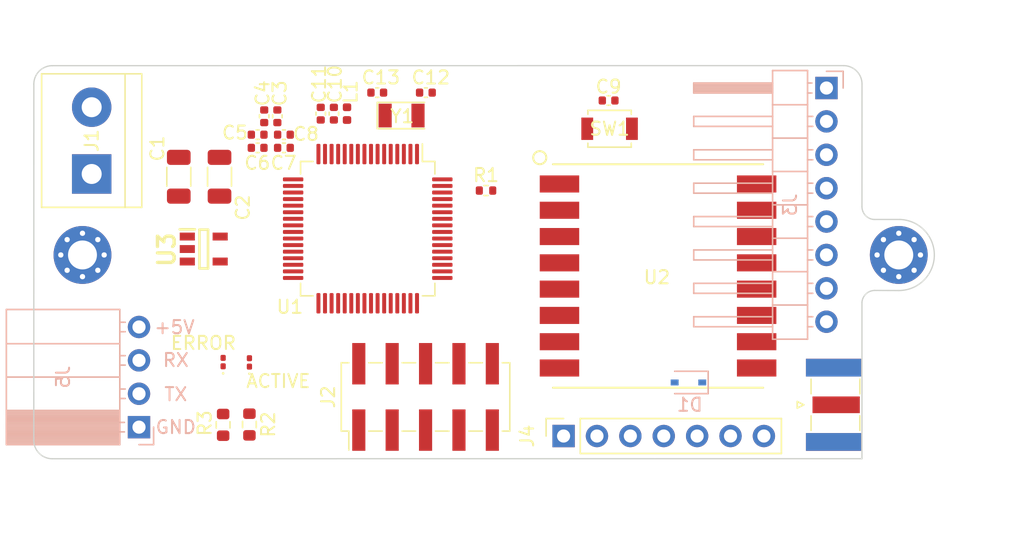
<source format=kicad_pcb>
(kicad_pcb (version 20211014) (generator pcbnew)
  (layers (0 "F.Cu" signal) (31 "B.Cu" power) (34 "B.Paste" user) (35 "F.Paste" user) (36 "B.SilkS" user "B.Silkscreen") (37 "F.SilkS" user "F.Silkscreen") (38 "B.Mask" user) (39 "F.Mask" user) (44 "Edge.Cuts" user))
  (net 0 "")
  (net 1 "+3V3")
  (net 2 "I2C1_SCL")
  (net 3 "GND")
  (net 4 "I2C1_SDA")
  (net 6 "NRST")
  (net 7 "+3.3VA")
  (net 8 "Net-(D1-Pad1)")
  (net 9 "Net-(D2-Pad1)")
  (net 10 "RESET_RFM9X")
  (net 12 "/ANT")
  (net 17 "V_REF_IN")
  (net 18 "GREEN_LED")
  (net 19 "V_REF_OUT")
  (net 20 "V_GAS")
  (net 21 "RED_LED")
  (net 23 "SWDIO")
  (net 24 "SWCLK")
  (net 29 "+5V")
  (net 36 "SPI3_NSS")
  (net 37 "SPI3_SCK")
  (net 38 "SPI3_MISO")
  (net 39 "SPI3_MOSI")
  (net 40 "LSE_IN")
  (net 41 "LSE_OUT")
  (net 42 "Net-(D3-Pad1)")
  (net 48 "LPUART1_TX")
  (net 49 "LPUART1_RX")
  (net 50 "BOOT0")
  (footprint "LED_SMD:LED_0201_0603Metric" (layer "F.Cu") (at 115.9 97.15 90)
    (fp_text reference "ERROR" (at 1.45 -1.5) (layer "F.SilkS"))
    (fp_text value "Red")
    (fp_circle (center -0.86 0) (end -0.81 0) (layer "F.SilkS") (width 0.1) (fill none))
    (pad "1" smd roundrect (at -0.32 0 90) (size 0.46 0.4) (layers "F.Cu" "F.Mask") (net 42 "Net-(D3-Pad1)"))
    (pad "2" smd roundrect (at 0.32 0 90) (size 0.46 0.4) (layers "F.Cu" "F.Mask") (net 21 "RED_LED"))
  )
  (footprint "TerminalBlock:TerminalBlock_bornier-2_P5.08mm" (layer "F.Cu") (at 105.9 82.84 90)
    (fp_text reference "J1" (at 2.54 0 270) (layer "F.SilkS"))
    (fp_text value "Input")
    (fp_line (start 7.62 3.81) (end 7.62 -3.81) (layer "F.SilkS") (width 0.12))
    (fp_line (start -2.54 -3.81) (end -2.54 3.81) (layer "F.SilkS") (width 0.12))
    (fp_line (start 7.62 -3.81) (end -2.54 -3.81) (layer "F.SilkS") (width 0.12))
    (fp_line (start -2.54 3.81) (end 7.62 3.81) (layer "F.SilkS") (width 0.12))
    (fp_line (start 7.62 2.54) (end -2.54 2.54) (layer "F.SilkS") (width 0.12))
    (pad "1" thru_hole rect (at 0 0 90) (size 3 3) (drill 1.52) (layers *.Cu *.Mask) (net 29 "+5V"))
    (pad "2" thru_hole circle (at 5.08 0 90) (size 3 3) (drill 1.52) (layers *.Cu *.Mask) (net 3 "GND"))
  )
  (footprint "Capacitor_SMD:C_0402_1005Metric" (layer "F.Cu") (at 127.625 76.65 180)
    (fp_text reference "C13" (at -0.275 1.15 180) (layer "F.SilkS"))
    (fp_text value "13p")
    (fp_line (start -0.107836 0.36) (end 0.107836 0.36) (layer "F.SilkS") (width 0.12))
    (fp_line (start -0.107836 -0.36) (end 0.107836 -0.36) (layer "F.SilkS") (width 0.12))
    (pad "1" smd roundrect (at -0.48 0 180) (size 0.56 0.62) (layers "F.Cu" "F.Paste" "F.Mask") (net 41 "LSE_OUT"))
    (pad "2" smd roundrect (at 0.48 0 180) (size 0.56 0.62) (layers "F.Cu" "F.Paste" "F.Mask") (net 3 "GND"))
  )
  (footprint "Package_QFP:LQFP-64_10x10mm_P0.5mm" (layer "F.Cu") (at 126.9 87 -90)
    (fp_text reference "U1" (at 5.95 5.925) (layer "F.SilkS"))
    (fp_text value "STM32L431RCTx")
    (fp_line (start -4.16 -5.11) (end -5.11 -5.11) (layer "F.SilkS") (width 0.12))
    (fp_line (start -5.11 -5.11) (end -5.11 -4.16) (layer "F.SilkS") (width 0.12))
    (fp_line (start 5.11 -5.11) (end 5.11 -4.16) (layer "F.SilkS") (width 0.12))
    (fp_line (start -4.16 5.11) (end -5.11 5.11) (layer "F.SilkS") (width 0.12))
    (fp_line (start 4.16 5.11) (end 5.11 5.11) (layer "F.SilkS") (width 0.12))
    (fp_line (start -5.11 5.11) (end -5.11 4.16) (layer "F.SilkS") (width 0.12))
    (fp_line (start -5.11 -4.16) (end -6.45 -4.16) (layer "F.SilkS") (width 0.12))
    (fp_line (start 4.16 -5.11) (end 5.11 -5.11) (layer "F.SilkS") (width 0.12))
    (fp_line (start 5.11 5.11) (end 5.11 4.16) (layer "F.SilkS") (width 0.12))
    (pad "1" smd roundrect (at -5.675 -3.75 270) (size 1.55 0.3) (layers "F.Cu" "F.Paste" "F.Mask") (net 1 "+3V3"))
    (pad "2" smd roundrect (at -5.675 -3.25 270) (size 1.55 0.3) (layers "F.Cu" "F.Paste" "F.Mask"))
    (pad "3" smd roundrect (at -5.675 -2.75 270) (size 1.55 0.3) (layers "F.Cu" "F.Paste" "F.Mask") (net 40 "LSE_IN"))
    (pad "4" smd roundrect (at -5.675 -2.25 270) (size 1.55 0.3) (layers "F.Cu" "F.Paste" "F.Mask") (net 41 "LSE_OUT"))
    (pad "5" smd roundrect (at -5.675 -1.75 270) (size 1.55 0.3) (layers "F.Cu" "F.Paste" "F.Mask"))
    (pad "6" smd roundrect (at -5.675 -1.25 270) (size 1.55 0.3) (layers "F.Cu" "F.Paste" "F.Mask"))
    (pad "7" smd roundrect (at -5.675 -0.75 270) (size 1.55 0.3) (layers "F.Cu" "F.Paste" "F.Mask") (net 6 "NRST"))
    (pad "8" smd roundrect (at -5.675 -0.25 270) (size 1.55 0.3) (layers "F.Cu" "F.Paste" "F.Mask") (net 49 "LPUART1_RX"))
    (pad "9" smd roundrect (at -5.675 0.25 270) (size 1.55 0.3) (layers "F.Cu" "F.Paste" "F.Mask") (net 48 "LPUART1_TX"))
    (pad "10" smd roundrect (at -5.675 0.75 270) (size 1.55 0.3) (layers "F.Cu" "F.Paste" "F.Mask"))
    (pad "11" smd roundrect (at -5.675 1.25 270) (size 1.55 0.3) (layers "F.Cu" "F.Paste" "F.Mask"))
    (pad "12" smd roundrect (at -5.675 1.75 270) (size 1.55 0.3) (layers "F.Cu" "F.Paste" "F.Mask") (net 3 "GND"))
    (pad "13" smd roundrect (at -5.675 2.25 270) (size 1.55 0.3) (layers "F.Cu" "F.Paste" "F.Mask") (net 7 "+3.3VA"))
    (pad "14" smd roundrect (at -5.675 2.75 270) (size 1.55 0.3) (layers "F.Cu" "F.Paste" "F.Mask") (net 17 "V_REF_IN"))
    (pad "15" smd roundrect (at -5.675 3.25 270) (size 1.55 0.3) (layers "F.Cu" "F.Paste" "F.Mask"))
    (pad "16" smd roundrect (at -5.675 3.75 270) (size 1.55 0.3) (layers "F.Cu" "F.Paste" "F.Mask"))
    (pad "17" smd roundrect (at -3.75 5.675 270) (size 0.3 1.55) (layers "F.Cu" "F.Paste" "F.Mask") (net 19 "V_REF_OUT"))
    (pad "18" smd roundrect (at -3.25 5.675 270) (size 0.3 1.55) (layers "F.Cu" "F.Paste" "F.Mask") (net 3 "GND"))
    (pad "19" smd roundrect (at -2.75 5.675 270) (size 0.3 1.55) (layers "F.Cu" "F.Paste" "F.Mask") (net 1 "+3V3"))
    (pad "20" smd roundrect (at -2.25 5.675 270) (size 0.3 1.55) (layers "F.Cu" "F.Paste" "F.Mask"))
    (pad "21" smd roundrect (at -1.75 5.675 270) (size 0.3 1.55) (layers "F.Cu" "F.Paste" "F.Mask"))
    (pad "22" smd roundrect (at -1.25 5.675 270) (size 0.3 1.55) (layers "F.Cu" "F.Paste" "F.Mask") (net 20 "V_GAS"))
    (pad "23" smd roundrect (at -0.75 5.675 270) (size 0.3 1.55) (layers "F.Cu" "F.Paste" "F.Mask") (net 19 "V_REF_OUT"))
    (pad "24" smd roundrect (at -0.25 5.675 270) (size 0.3 1.55) (layers "F.Cu" "F.Paste" "F.Mask"))
    (pad "25" smd roundrect (at 0.25 5.675 270) (size 0.3 1.55) (layers "F.Cu" "F.Paste" "F.Mask"))
    (pad "26" smd roundrect (at 0.75 5.675 270) (size 0.3 1.55) (layers "F.Cu" "F.Paste" "F.Mask"))
    (pad "27" smd roundrect (at 1.25 5.675 270) (size 0.3 1.55) (layers "F.Cu" "F.Paste" "F.Mask"))
    (pad "28" smd roundrect (at 1.75 5.675 270) (size 0.3 1.55) (layers "F.Cu" "F.Paste" "F.Mask"))
    (pad "29" smd roundrect (at 2.25 5.675 270) (size 0.3 1.55) (layers "F.Cu" "F.Paste" "F.Mask"))
    (pad "30" smd roundrect (at 2.75 5.675 270) (size 0.3 1.55) (layers "F.Cu" "F.Paste" "F.Mask"))
    (pad "31" smd roundrect (at 3.25 5.675 270) (size 0.3 1.55) (layers "F.Cu" "F.Paste" "F.Mask") (net 3 "GND"))
    (pad "32" smd roundrect (at 3.75 5.675 270) (size 0.3 1.55) (layers "F.Cu" "F.Paste" "F.Mask") (net 1 "+3V3"))
    (pad "33" smd roundrect (at 5.675 3.75 270) (size 1.55 0.3) (layers "F.Cu" "F.Paste" "F.Mask"))
    (pad "34" smd roundrect (at 5.675 3.25 270) (size 1.55 0.3) (layers "F.Cu" "F.Paste" "F.Mask"))
    (pad "35" smd roundrect (at 5.675 2.75 270) (size 1.55 0.3) (layers "F.Cu" "F.Paste" "F.Mask"))
    (pad "36" smd roundrect (at 5.675 2.25 270) (size 1.55 0.3) (layers "F.Cu" "F.Paste" "F.Mask"))
    (pad "37" smd roundrect (at 5.675 1.75 270) (size 1.55 0.3) (layers "F.Cu" "F.Paste" "F.Mask") (net 21 "RED_LED"))
    (pad "38" smd roundrect (at 5.675 1.25 270) (size 1.55 0.3) (layers "F.Cu" "F.Paste" "F.Mask") (net 18 "GREEN_LED"))
    (pad "39" smd roundrect (at 5.675 0.75 270) (size 1.55 0.3) (layers "F.Cu" "F.Paste" "F.Mask"))
    (pad "40" smd roundrect (at 5.675 0.25 270) (size 1.55 0.3) (layers "F.Cu" "F.Paste" "F.Mask"))
    (pad "41" smd roundrect (at 5.675 -0.25 270) (size 1.55 0.3) (layers "F.Cu" "F.Paste" "F.Mask"))
    (pad "42" smd roundrect (at 5.675 -0.75 270) (size 1.55 0.3) (layers "F.Cu" "F.Paste" "F.Mask"))
    (pad "43" smd roundrect (at 5.675 -1.25 270) (size 1.55 0.3) (layers "F.Cu" "F.Paste" "F.Mask"))
    (pad "44" smd roundrect (at 5.675 -1.75 270) (size 1.55 0.3) (layers "F.Cu" "F.Paste" "F.Mask"))
    (pad "45" smd roundrect (at 5.675 -2.25 270) (size 1.55 0.3) (layers "F.Cu" "F.Paste" "F.Mask"))
    (pad "46" smd roundrect (at 5.675 -2.75 270) (size 1.55 0.3) (layers "F.Cu" "F.Paste" "F.Mask") (net 23 "SWDIO"))
    (pad "47" smd roundrect (at 5.675 -3.25 270) (size 1.55 0.3) (layers "F.Cu" "F.Paste" "F.Mask") (net 3 "GND"))
    (pad "48" smd roundrect (at 5.675 -3.75 270) (size 1.55 0.3) (layers "F.Cu" "F.Paste" "F.Mask") (net 1 "+3V3"))
    (pad "49" smd roundrect (at 3.75 -5.675 270) (size 0.3 1.55) (layers "F.Cu" "F.Paste" "F.Mask") (net 24 "SWCLK"))
    (pad "50" smd roundrect (at 3.25 -5.675 270) (size 0.3 1.55) (layers "F.Cu" "F.Paste" "F.Mask") (net 10 "RESET_RFM9X"))
    (pad "51" smd roundrect (at 2.75 -5.675 270) (size 0.3 1.55) (layers "F.Cu" "F.Paste" "F.Mask") (net 37 "SPI3_SCK"))
    (pad "52" smd roundrect (at 2.25 -5.675 270) (size 0.3 1.55) (layers "F.Cu" "F.Paste" "F.Mask") (net 38 "SPI3_MISO"))
    (pad "53" smd roundrect (at 1.75 -5.675 270) (size 0.3 1.55) (layers "F.Cu" "F.Paste" "F.Mask") (net 39 "SPI3_MOSI"))
    (pad "54" smd roundrect (at 1.25 -5.675 270) (size 0.3 1.55) (layers "F.Cu" "F.Paste" "F.Mask") (net 36 "SPI3_NSS"))
    (pad "55" smd roundrect (at 0.75 -5.675 270) (size 0.3 1.55) (layers "F.Cu" "F.Paste" "F.Mask"))
    (pad "56" smd roundrect (at 0.25 -5.675 270) (size 0.3 1.55) (layers "F.Cu" "F.Paste" "F.Mask"))
    (pad "57" smd roundrect (at -0.25 -5.675 270) (size 0.3 1.55) (layers "F.Cu" "F.Paste" "F.Mask"))
    (pad "58" smd roundrect (at -0.75 -5.675 270) (size 0.3 1.55) (layers "F.Cu" "F.Paste" "F.Mask") (net 2 "I2C1_SCL"))
    (pad "59" smd roundrect (at -1.25 -5.675 270) (size 0.3 1.55) (layers "F.Cu" "F.Paste" "F.Mask") (net 4 "I2C1_SDA"))
    (pad "60" smd roundrect (at -1.75 -5.675 270) (size 0.3 1.55) (layers "F.Cu" "F.Paste" "F.Mask") (net 50 "BOOT0"))
    (pad "61" smd roundrect (at -2.25 -5.675 270) (size 0.3 1.55) (layers "F.Cu" "F.Paste" "F.Mask"))
    (pad "62" smd roundrect (at -2.75 -5.675 270) (size 0.3 1.55) (layers "F.Cu" "F.Paste" "F.Mask"))
    (pad "63" smd roundrect (at -3.25 -5.675 270) (size 0.3 1.55) (layers "F.Cu" "F.Paste" "F.Mask") (net 3 "GND"))
    (pad "64" smd roundrect (at -3.75 -5.675 270) (size 0.3 1.55) (layers "F.Cu" "F.Paste" "F.Mask") (net 1 "+3V3"))
  )
  (footprint "Capacitor_SMD:C_0402_1005Metric" (layer "F.Cu") (at 124.325 78.25 90)
    (fp_text reference "C10" (at 2.25 0.075 270) (layer "F.SilkS"))
    (fp_text value "1u")
    (fp_line (start -0.107836 -0.36) (end 0.107836 -0.36) (layer "F.SilkS") (width 0.12))
    (fp_line (start -0.107836 0.36) (end 0.107836 0.36) (layer "F.SilkS") (width 0.12))
    (pad "1" smd roundrect (at -0.48 0 90) (size 0.56 0.62) (layers "F.Cu" "F.Paste" "F.Mask") (net 7 "+3.3VA"))
    (pad "2" smd roundrect (at 0.48 0 90) (size 0.56 0.62) (layers "F.Cu" "F.Paste" "F.Mask") (net 3 "GND"))
  )
  (footprint "Capacitor_SMD:C_0402_1005Metric" (layer "F.Cu") (at 123.325 78.25 90)
    (fp_text reference "C11" (at 2.25 -0.125 270) (layer "F.SilkS"))
    (fp_text value "10n")
    (fp_line (start -0.107836 0.36) (end 0.107836 0.36) (layer "F.SilkS") (width 0.12))
    (fp_line (start -0.107836 -0.36) (end 0.107836 -0.36) (layer "F.SilkS") (width 0.12))
    (pad "1" smd roundrect (at -0.48 0 90) (size 0.56 0.62) (layers "F.Cu" "F.Paste" "F.Mask") (net 7 "+3.3VA"))
    (pad "2" smd roundrect (at 0.48 0 90) (size 0.56 0.62) (layers "F.Cu" "F.Paste" "F.Mask") (net 3 "GND"))
  )
  (footprint "Capacitor_SMD:C_1206_3216Metric" (layer "F.Cu") (at 112.525 83.05 90)
    (fp_text reference "C1" (at 2.15 -1.625 90) (layer "F.SilkS"))
    (fp_text value "10u")
    (fp_line (start -0.711252 -0.91) (end 0.711252 -0.91) (layer "F.SilkS") (width 0.12))
    (fp_line (start -0.711252 0.91) (end 0.711252 0.91) (layer "F.SilkS") (width 0.12))
    (pad "1" smd roundrect (at -1.475 0 90) (size 1.15 1.8) (layers "F.Cu" "F.Paste" "F.Mask") (roundrect_rratio 0.217391) (net 29 "+5V"))
    (pad "2" smd roundrect (at 1.475 0 90) (size 1.15 1.8) (layers "F.Cu" "F.Paste" "F.Mask") (roundrect_rratio 0.217391) (net 3 "GND"))
  )
  (footprint "MountingHole:MountingHole_2.2mm_M2_Pad_Via" (layer "F.Cu") (at 167.3 89)
    (fp_text reference "H1" hide)
    (fp_text value "MountingHole")
    (pad "1" thru_hole circle (at -1.166726 -1.166726) (size 0.7 0.7) (drill 0.4) (layers *.Cu *.Mask))
    (pad "1" thru_hole circle (at 0 1.65) (size 0.7 0.7) (drill 0.4) (layers *.Cu *.Mask))
    (pad "1" thru_hole circle (at 1.65 0) (size 0.7 0.7) (drill 0.4) (layers *.Cu *.Mask))
    (pad "1" thru_hole circle (at 0 0) (size 4.4 4.4) (drill 2.2) (layers *.Cu *.Mask))
    (pad "1" thru_hole circle (at 0 -1.65) (size 0.7 0.7) (drill 0.4) (layers *.Cu *.Mask))
    (pad "1" thru_hole circle (at 1.166726 -1.166726) (size 0.7 0.7) (drill 0.4) (layers *.Cu *.Mask))
    (pad "1" thru_hole circle (at -1.166726 1.166726) (size 0.7 0.7) (drill 0.4) (layers *.Cu *.Mask))
    (pad "1" thru_hole circle (at 1.166726 1.166726) (size 0.7 0.7) (drill 0.4) (layers *.Cu *.Mask))
    (pad "1" thru_hole circle (at -1.65 0) (size 0.7 0.7) (drill 0.4) (layers *.Cu *.Mask))
  )
  (footprint "Capacitor_SMD:C_0402_1005Metric" (layer "F.Cu") (at 120.525 79.85)
    (fp_text reference "C8" (at 1.675 -0.05) (layer "F.SilkS"))
    (fp_text value "100n")
    (fp_line (start -0.107836 -0.36) (end 0.107836 -0.36) (layer "F.SilkS") (width 0.12))
    (fp_line (start -0.107836 0.36) (end 0.107836 0.36) (layer "F.SilkS") (width 0.12))
    (pad "1" smd roundrect (at -0.48 0) (size 0.56 0.62) (layers "F.Cu" "F.Paste" "F.Mask") (net 1 "+3V3"))
    (pad "2" smd roundrect (at 0.48 0) (size 0.56 0.62) (layers "F.Cu" "F.Paste" "F.Mask") (net 3 "GND"))
  )
  (footprint "Capacitor_SMD:C_0402_1005Metric" (layer "F.Cu") (at 120.025 78.45 90)
    (fp_text reference "C3" (at 1.75 0.175 270) (layer "F.SilkS"))
    (fp_text value "1u")
    (fp_line (start -0.107836 -0.36) (end 0.107836 -0.36) (layer "F.SilkS") (width 0.12))
    (fp_line (start -0.107836 0.36) (end 0.107836 0.36) (layer "F.SilkS") (width 0.12))
    (pad "1" smd roundrect (at -0.48 0 90) (size 0.56 0.62) (layers "F.Cu" "F.Paste" "F.Mask") (net 1 "+3V3"))
    (pad "2" smd roundrect (at 0.48 0 90) (size 0.56 0.62) (layers "F.Cu" "F.Paste" "F.Mask") (net 3 "GND"))
  )
  (footprint "Capacitor_SMD:C_0402_1005Metric" (layer "F.Cu") (at 118.525 80.85 180)
    (fp_text reference "C6" (at 0.025 -1.15) (layer "F.SilkS"))
    (fp_text value "100n")
    (fp_line (start -0.107836 0.36) (end 0.107836 0.36) (layer "F.SilkS") (width 0.12))
    (fp_line (start -0.107836 -0.36) (end 0.107836 -0.36) (layer "F.SilkS") (width 0.12))
    (pad "1" smd roundrect (at -0.48 0 180) (size 0.56 0.62) (layers "F.Cu" "F.Paste" "F.Mask") (net 1 "+3V3"))
    (pad "2" smd roundrect (at 0.48 0 180) (size 0.56 0.62) (layers "F.Cu" "F.Paste" "F.Mask") (net 3 "GND"))
  )
  (footprint "Inductor_SMD:L_0402_1005Metric" (layer "F.Cu") (at 125.325 78.25 -90)
    (fp_text reference "L1" (at -1.65 -0.275 90) (layer "F.SilkS"))
    (fp_text value "39n")
    (pad "1" smd roundrect (at -0.485 0 270) (size 0.59 0.64) (layers "F.Cu" "F.Paste" "F.Mask") (net 1 "+3V3"))
    (pad "2" smd roundrect (at 0.485 0 270) (size 0.59 0.64) (layers "F.Cu" "F.Paste" "F.Mask") (net 7 "+3.3VA"))
  )
  (footprint "Capacitor_SMD:C_1206_3216Metric" (layer "F.Cu") (at 115.625 83.05 90)
    (fp_text reference "C2" (at -2.35 1.775 90) (layer "F.SilkS"))
    (fp_text value "10u")
    (fp_line (start -0.711252 0.91) (end 0.711252 0.91) (layer "F.SilkS") (width 0.12))
    (fp_line (start -0.711252 -0.91) (end 0.711252 -0.91) (layer "F.SilkS") (width 0.12))
    (pad "1" smd roundrect (at -1.475 0 90) (size 1.15 1.8) (layers "F.Cu" "F.Paste" "F.Mask") (roundrect_rratio 0.217391) (net 1 "+3V3"))
    (pad "2" smd roundrect (at 1.475 0 90) (size 1.15 1.8) (layers "F.Cu" "F.Paste" "F.Mask") (roundrect_rratio 0.217391) (net 3 "GND"))
  )
  (footprint "Resistor_SMD:R_0402_1005Metric" (layer "F.Cu") (at 135.9 84.1)
    (fp_text reference "R1" (at 0 -1.17) (layer "F.SilkS"))
    (fp_text value "10k")
    (fp_line (start -0.153641 -0.38) (end 0.153641 -0.38) (layer "F.SilkS") (width 0.12))
    (fp_line (start -0.153641 0.38) (end 0.153641 0.38) (layer "F.SilkS") (width 0.12))
    (pad "1" smd roundrect (at -0.51 0) (size 0.54 0.64) (layers "F.Cu" "F.Paste" "F.Mask") (net 50 "BOOT0"))
    (pad "2" smd roundrect (at 0.51 0) (size 0.54 0.64) (layers "F.Cu" "F.Paste" "F.Mask") (net 3 "GND"))
  )
  (footprint "Resistor_SMD:R_0603_1608Metric" (layer "F.Cu") (at 117.9 101.9 -90)
    (fp_text reference "R2" (at 0 -1.43 90) (layer "F.SilkS"))
    (fp_text value "1k")
    (fp_line (start -0.237258 0.5225) (end 0.237258 0.5225) (layer "F.SilkS") (width 0.12))
    (fp_line (start -0.237258 -0.5225) (end 0.237258 -0.5225) (layer "F.SilkS") (width 0.12))
    (pad "1" smd roundrect (at -0.825 0 270) (size 0.8 0.95) (layers "F.Cu" "F.Paste" "F.Mask") (net 9 "Net-(D2-Pad1)"))
    (pad "2" smd roundrect (at 0.825 0 270) (size 0.8 0.95) (layers "F.Cu" "F.Paste" "F.Mask") (net 3 "GND"))
  )
  (footprint "Crystal:Q13FC1350000400" (layer "F.Cu") (at 129.425 75.495)
    (fp_text reference "Y1" (at 0.1 2.955 unlocked) (layer "F.SilkS"))
    (fp_text value "Q13FC1350000400 32.768kHz")
    (fp_line (start -1.8 1.9) (end 1.8 1.9) (layer "F.SilkS") (width 0.12))
    (fp_line (start -1.8 3.9) (end 1.8 3.9) (layer "F.SilkS") (width 0.12))
    (fp_line (start -1.8 1.9) (end -1.8 3.9) (layer "F.SilkS") (width 0.12))
    (pad "1" smd rect (at -1.2 2.9) (size 1 1.8) (layers "F.Cu" "F.Paste" "F.Mask") (net 41 "LSE_OUT"))
    (pad "2" smd rect (at 1.3 2.9) (size 1 1.8) (layers "F.Cu" "F.Paste" "F.Mask") (net 40 "LSE_IN"))
  )
  (footprint "Button_Switch_SMD:SW_SPST_B3U-1000P" (layer "F.Cu") (at 145.3 79.4)
    (fp_text reference "SW1" (at 0 0) (layer "F.SilkS"))
    (fp_text value "SW_Push")
    (fp_line (start -1.65 1.4) (end 1.65 1.4) (layer "F.SilkS") (width 0.12))
    (fp_line (start 1.65 -1.4) (end 1.65 -1.1) (layer "F.SilkS") (width 0.12))
    (fp_line (start 1.65 1.4) (end 1.65 1.1) (layer "F.SilkS") (width 0.12))
    (fp_line (start -1.65 1.1) (end -1.65 1.4) (layer "F.SilkS") (width 0.12))
    (fp_line (start -1.65 -1.4) (end 1.65 -1.4) (layer "F.SilkS") (width 0.12))
    (fp_line (start -1.65 -1.1) (end -1.65 -1.4) (layer "F.SilkS") (width 0.12))
    (pad "1" smd rect (at -1.7 0) (size 0.9 1.7) (layers "F.Cu" "F.Paste" "F.Mask") (net 6 "NRST"))
    (pad "2" smd rect (at 1.7 0) (size 0.9 1.7) (layers "F.Cu" "F.Paste" "F.Mask") (net 3 "GND"))
  )
  (footprint "Resistor_SMD:R_0603_1608Metric" (layer "F.Cu") (at 115.9 101.925 -90)
    (fp_text reference "R3" (at -0.125 1.4 90) (layer "F.SilkS"))
    (fp_text value "1k")
    (fp_line (start -0.237258 -0.5225) (end 0.237258 -0.5225) (layer "F.SilkS") (width 0.12))
    (fp_line (start -0.237258 0.5225) (end 0.237258 0.5225) (layer "F.SilkS") (width 0.12))
    (pad "1" smd roundrect (at -0.825 0 270) (size 0.8 0.95) (layers "F.Cu" "F.Paste" "F.Mask") (net 42 "Net-(D3-Pad1)"))
    (pad "2" smd roundrect (at 0.825 0 270) (size 0.8 0.95) (layers "F.Cu" "F.Paste" "F.Mask") (net 3 "GND"))
  )
  (footprint "Capacitor_SMD:C_0402_1005Metric" (layer "F.Cu") (at 119.025 78.45 90)
    (fp_text reference "C4" (at 1.75 -0.125 270) (layer "F.SilkS"))
    (fp_text value "100n")
    (fp_line (start -0.107836 0.36) (end 0.107836 0.36) (layer "F.SilkS") (width 0.12))
    (fp_line (start -0.107836 -0.36) (end 0.107836 -0.36) (layer "F.SilkS") (width 0.12))
    (pad "1" smd roundrect (at -0.48 0 90) (size 0.56 0.62) (layers "F.Cu" "F.Paste" "F.Mask") (net 1 "+3V3"))
    (pad "2" smd roundrect (at 0.48 0 90) (size 0.56 0.62) (layers "F.Cu" "F.Paste" "F.Mask") (net 3 "GND"))
  )
  (footprint "SamacSys_Parts:SOT95P280X145-5N" (layer "F.Cu") (at 114.425 88.55)
    (fp_text reference "U3" (at -2.825 0.05 90) (layer "F.SilkS") (effects (font (size 1.27 1.27) (thickness 0.254))))
    (fp_text value "STLQ015M33R" hide)
    (fp_line (start 0.325 -1.475) (end 0.325 1.475) (layer "F.SilkS") (width 0.2))
    (fp_line (start -0.325 -1.475) (end 0.325 -1.475) (layer "F.SilkS") (width 0.2))
    (fp_line (start -1.825 -1.5) (end -0.675 -1.5) (layer "F.SilkS") (width 0.2))
    (fp_line (start -0.325 1.475) (end -0.325 -1.475) (layer "F.SilkS") (width 0.2))
    (fp_line (start 0.325 1.475) (end -0.325 1.475) (layer "F.SilkS") (width 0.2))
    (pad "1" smd rect locked (at -1.25 -0.95 90) (size 0.6 1.15) (layers "F.Cu" "F.Paste" "F.Mask") (net 29 "+5V"))
    (pad "2" smd rect locked (at -1.25 0 90) (size 0.6 1.15) (layers "F.Cu" "F.Paste" "F.Mask") (net 3 "GND"))
    (pad "3" smd rect locked (at -1.25 0.95 90) (size 0.6 1.15) (layers "F.Cu" "F.Paste" "F.Mask") (net 29 "+5V"))
    (pad "4" smd rect locked (at 1.25 0.95 90) (size 0.6 1.15) (layers "F.Cu" "F.Paste" "F.Mask"))
    (pad "5" smd rect locked (at 1.25 -0.95 90) (size 0.6 1.15) (layers "F.Cu" "F.Paste" "F.Mask") (net 1 "+3V3"))
  )
  (footprint "Connector_PinSocket_2.54mm:PinSocket_1x07_P2.54mm_Vertical" (layer "F.Cu") (at 141.8 102.775 90)
    (fp_text reference "J4" (at 0 -2.77 90) (layer "F.SilkS"))
    (fp_text value "SHT31")
    (fp_line (start 1.33 -1.33) (end 1.33 0) (layer "F.SilkS") (width 0.12))
    (fp_line (start -1.33 1.27) (end 1.33 1.27) (layer "F.SilkS") (width 0.12))
    (fp_line (start 0 -1.33) (end 1.33 -1.33) (layer "F.SilkS") (width 0.12))
    (fp_line (start -1.33 1.27) (end -1.33 16.57) (layer "F.SilkS") (width 0.12))
    (fp_line (start 1.33 1.27) (end 1.33 16.57) (layer "F.SilkS") (width 0.12))
    (fp_line (start -1.33 16.57) (end 1.33 16.57) (layer "F.SilkS") (width 0.12))
    (pad "1" thru_hole rect (at 0 0 90) (size 1.7 1.7) (drill 1) (layers *.Cu *.Mask) (net 1 "+3V3"))
    (pad "2" thru_hole oval (at 0 2.54 90) (size 1.7 1.7) (drill 1) (layers *.Cu *.Mask) (net 3 "GND"))
    (pad "3" thru_hole oval (at 0 5.08 90) (size 1.7 1.7) (drill 1) (layers *.Cu *.Mask) (net 2 "I2C1_SCL"))
    (pad "4" thru_hole oval (at 0 7.62 90) (size 1.7 1.7) (drill 1) (layers *.Cu *.Mask) (net 4 "I2C1_SDA"))
    (pad "5" thru_hole oval (at 0 10.16 90) (size 1.7 1.7) (drill 1) (layers *.Cu *.Mask))
    (pad "6" thru_hole oval (at 0 12.7 90) (size 1.7 1.7) (drill 1) (layers *.Cu *.Mask))
    (pad "7" thru_hole oval (at 0 15.24 90) (size 1.7 1.7) (drill 1) (layers *.Cu *.Mask))
  )
  (footprint "Capacitor_SMD:C_0402_1005Metric" (layer "F.Cu") (at 145.225 77.25)
    (fp_text reference "C9" (at 0 -1.05) (layer "F.SilkS"))
    (fp_text value "100n")
    (fp_line (start -0.107836 -0.36) (end 0.107836 -0.36) (layer "F.SilkS") (width 0.12))
    (fp_line (start -0.107836 0.36) (end 0.107836 0.36) (layer "F.SilkS") (width 0.12))
    (pad "1" smd roundrect (at -0.48 0) (size 0.56 0.62) (layers "F.Cu" "F.Paste" "F.Mask") (net 6 "NRST"))
    (pad "2" smd roundrect (at 0.48 0) (size 0.56 0.62) (layers "F.Cu" "F.Paste" "F.Mask") (net 3 "GND"))
  )
  (footprint "Capacitor_SMD:C_0402_1005Metric" (layer "F.Cu") (at 131.325 76.65)
    (fp_text reference "C12" (at 0.375 -1.15 180) (layer "F.SilkS"))
    (fp_text value "13p")
    (fp_line (start -0.107836 0.36) (end 0.107836 0.36) (layer "F.SilkS") (width 0.12))
    (fp_line (start -0.107836 -0.36) (end 0.107836 -0.36) (layer "F.SilkS") (width 0.12))
    (pad "1" smd roundrect (at -0.48 0) (size 0.56 0.62) (layers "F.Cu" "F.Paste" "F.Mask") (net 40 "LSE_IN"))
    (pad "2" smd roundrect (at 0.48 0) (size 0.56 0.62) (layers "F.Cu" "F.Paste" "F.Mask") (net 3 "GND"))
  )
  (footprint "Capacitor_SMD:C_0402_1005Metric" (layer "F.Cu") (at 120.525 80.85)
    (fp_text reference "C7" (at -0.025 1.15) (layer "F.SilkS"))
    (fp_text value "100n")
    (fp_line (start -0.107836 -0.36) (end 0.107836 -0.36) (layer "F.SilkS") (width 0.12))
    (fp_line (start -0.107836 0.36) (end 0.107836 0.36) (layer "F.SilkS") (width 0.12))
    (pad "1" smd roundrect (at -0.48 0) (size 0.56 0.62) (layers "F.Cu" "F.Paste" "F.Mask") (net 1 "+3V3"))
    (pad "2" smd roundrect (at 0.48 0) (size 0.56 0.62) (layers "F.Cu" "F.Paste" "F.Mask") (net 3 "GND"))
  )
  (footprint "LoRa_RFM9x:RFM9X-SMD" (layer "F.Cu") (at 148.9875 90.6)
    (fp_text reference "U2" (at -0.0875 0.1) (layer "F.SilkS"))
    (fp_text value "RFM9X")
    (fp_line (start -8 8.5) (end 8 8.5) (layer "F.SilkS") (width 0.15))
    (fp_line (start -8 -8.5) (end 8 -8.5) (layer "F.SilkS") (width 0.15))
    (fp_circle (center -9 -9) (end -9 -8.5) (layer "F.SilkS") (width 0.15) (fill none))
    (pad "1" smd rect (at -7 -7) (size 3 1.3) (drill (offset -0.5 0)) (layers "F.Cu" "F.Paste" "F.Mask") (net 3 "GND"))
    (pad "2" smd rect (at -7 -5) (size 3 1.3) (drill (offset -0.5 0)) (layers "F.Cu" "F.Paste" "F.Mask") (net 38 "SPI3_MISO"))
    (pad "3" smd rect (at -7 -3) (size 3 1.3) (drill (offset -0.5 0)) (layers "F.Cu" "F.Paste" "F.Mask") (net 39 "SPI3_MOSI"))
    (pad "4" smd rect (at -7 -1) (size 3 1.3) (drill (offset -0.5 0)) (layers "F.Cu" "F.Paste" "F.Mask") (net 37 "SPI3_SCK"))
    (pad "5" smd rect (at -7 1) (size 3 1.3) (drill (offset -0.5 0)) (layers "F.Cu" "F.Paste" "F.Mask") (net 36 "SPI3_NSS"))
    (pad "6" smd rect (at -7 3) (size 3 1.3) (drill (offset -0.5 0)) (layers "F.Cu" "F.Paste" "F.Mask") (net 10 "RESET_RFM9X"))
    (pad "7" smd rect (at -7 5) (size 3 1.3) (drill (offset -0.5 0)) (layers "F.Cu" "F.Paste" "F.Mask"))
    (pad "8" smd rect (at -7 7) (size 3 1.3) (drill (offset -0.5 0)) (layers "F.Cu" "F.Paste" "F.Mask") (net 3 "GND"))
    (pad "9" smd rect (at 7 -7) (size 3 1.3) (drill (offset 0.5 0)) (layers "F.Cu" "F.Paste" "F.Mask"))
    (pad "10" smd rect (at 7 -5) (size 3 1.3) (drill (offset 0.5 0)) (layers "F.Cu" "F.Paste" "F.Mask"))
    (pad "11" smd rect (at 7 -3) (size 3 1.3) (drill (offset 0.5 0)) (layers "F.Cu" "F.Paste" "F.Mask"))
    (pad "12" smd rect (at 7 -1) (size 3 1.3) (drill (offset 0.5 0)) (layers "F.Cu" "F.Paste" "F.Mask") (net 1 "+3V3"))
    (pad "13" smd rect (at 7 1) (size 3 1.3) (drill (offset 0.5 0)) (layers "F.Cu" "F.Paste" "F.Mask"))
    (pad "14" smd rect (at 7 3) (size 3 1.3) (drill (offset 0.5 0)) (layers "F.Cu" "F.Paste" "F.Mask"))
    (pad "15" smd rect (at 7 5) (size 3 1.3) (drill (offset 0.5 0)) (layers "F.Cu" "F.Paste" "F.Mask") (net 3 "GND"))
    (pad "16" smd rect (at 7 7) (size 3 1.3) (drill (offset 0.5 0)) (layers "F.Cu" "F.Paste" "F.Mask") (net 12 "/ANT"))
  )
  (footprint "Capacitor_SMD:C_0402_1005Metric" (layer "F.Cu") (at 118.525 79.85 180)
    (fp_text reference "C5" (at 1.725 0.15) (layer "F.SilkS"))
    (fp_text value "100n")
    (fp_line (start -0.107836 0.36) (end 0.107836 0.36) (layer "F.SilkS") (width 0.12))
    (fp_line (start -0.107836 -0.36) (end 0.107836 -0.36) (layer "F.SilkS") (width 0.12))
    (pad "1" smd roundrect (at -0.48 0 180) (size 0.56 0.62) (layers "F.Cu" "F.Paste" "F.Mask") (net 1 "+3V3"))
    (pad "2" smd roundrect (at 0.48 0 180) (size 0.56 0.62) (layers "F.Cu" "F.Paste" "F.Mask") (net 3 "GND"))
  )
  (footprint "MountingHole:MountingHole_2.2mm_M2_Pad_Via" (layer "F.Cu") (at 105.2 89)
    (fp_text reference "H2" hide)
    (fp_text value "MountingHole")
    (pad "1" thru_hole circle (at 1.65 0) (size 0.7 0.7) (drill 0.4) (layers *.Cu *.Mask))
    (pad "1" thru_hole circle (at 0 1.65) (size 0.7 0.7) (drill 0.4) (layers *.Cu *.Mask))
    (pad "1" thru_hole circle (at 0 0) (size 4.4 4.4) (drill 2.2) (layers *.Cu *.Mask))
    (pad "1" thru_hole circle (at -1.166726 -1.166726) (size 0.7 0.7) (drill 0.4) (layers *.Cu *.Mask))
    (pad "1" thru_hole circle (at 1.166726 1.166726) (size 0.7 0.7) (drill 0.4) (layers *.Cu *.Mask))
    (pad "1" thru_hole circle (at -1.166726 1.166726) (size 0.7 0.7) (drill 0.4) (layers *.Cu *.Mask))
    (pad "1" thru_hole circle (at 1.166726 -1.166726) (size 0.7 0.7) (drill 0.4) (layers *.Cu *.Mask))
    (pad "1" thru_hole circle (at 0 -1.65) (size 0.7 0.7) (drill 0.4) (layers *.Cu *.Mask))
    (pad "1" thru_hole circle (at -1.65 0) (size 0.7 0.7) (drill 0.4) (layers *.Cu *.Mask))
  )
  (footprint "Connector_Coaxial:SMA_Samtec_SMA-J-P-X-ST-EM1_EdgeMount" (layer "F.Cu") (at 162.3375 100.4 90)
    (fp_text reference "J7" hide)
    (fp_text value "SMA")
    (fp_line (start -1.95 2) (end -0.84 2) (layer "F.SilkS") (width 0.12))
    (fp_line (start 0 -2.26) (end 0.25 -2.76) (layer "F.SilkS") (width 0.12))
    (fp_line (start 0.84 2) (end 1.95 2) (layer "F.SilkS") (width 0.12))
    (fp_line (start 0.25 -2.76) (end -0.25 -2.76) (layer "F.SilkS") (width 0.12))
    (fp_line (start -1.95 -1.71) (end -0.84 -1.71) (layer "F.SilkS") (width 0.12))
    (fp_line (start 0.84 -1.71) (end 1.95 -1.71) (layer "F.SilkS") (width 0.12))
    (fp_line (start -0.25 -2.76) (end 0 -2.26) (layer "F.SilkS") (width 0.12))
    (pad "1" smd rect (at 0 0.2 90) (size 1.27 3.6) (layers "F.Cu" "F.Paste" "F.Mask") (net 12 "/ANT"))
    (pad "2" smd rect (at 2.825 0 90) (size 1.35 4.2) (layers "B.Cu" "B.Paste" "B.Mask") (net 3 "GND"))
    (pad "2" smd rect (at -2.825 0 90) (size 1.35 4.2) (layers "B.Cu" "B.Paste" "B.Mask") (net 3 "GND"))
    (pad "2" smd rect (at -2.825 0 90) (size 1.35 4.2) (layers "F.Cu" "F.Paste" "F.Mask") (net 3 "GND"))
    (pad "2" smd rect (at 2.825 0 90) (size 1.35 4.2) (layers "F.Cu" "F.Paste" "F.Mask") (net 3 "GND"))
  )
  (footprint "Connector_PinHeader_2.54mm:PinHeader_2x05_P2.54mm_Vertical_SMD" (layer "F.Cu") (at 131.3 99.8 90)
    (fp_text reference "J2" (at 0 -7.41 90) (layer "F.SilkS"))
    (fp_text value "SWD")
    (fp_line (start 2.6 -4.32) (end 2.6 -3.3) (layer "F.SilkS") (width 0.12))
    (fp_line (start -2.6 6.41) (end 2.6 6.41) (layer "F.SilkS") (width 0.12))
    (fp_line (start -2.6 5.84) (end -2.6 6.41) (layer "F.SilkS") (width 0.12))
    (fp_line (start 2.6 3.3) (end 2.6 4.32) (layer "F.SilkS") (width 0.12))
    (fp_line (start 2.6 -1.78) (end 2.6 -0.76) (layer "F.SilkS") (width 0.12))
    (fp_line (start 2.6 5.84) (end 2.6 6.41) (layer "F.SilkS") (width 0.12))
    (fp_line (start -2.6 -4.32) (end -2.6 -3.3) (layer "F.SilkS") (width 0.12))
    (fp_line (start -2.6 -6.41) (end 2.6 -6.41) (layer "F.SilkS") (width 0.12))
    (fp_line (start 2.6 0.76) (end 2.6 1.78) (layer "F.SilkS") (width 0.12))
    (fp_line (start -2.6 -6.41) (end -2.6 -5.84) (layer "F.SilkS") (width 0.12))
    (fp_line (start -2.6 -1.78) (end -2.6 -0.76) (layer "F.SilkS") (width 0.12))
    (fp_line (start -2.6 3.3) (end -2.6 4.32) (layer "F.SilkS") (width 0.12))
    (fp_line (start -2.6 0.76) (end -2.6 1.78) (layer "F.SilkS") (width 0.12))
    (fp_line (start -4.04 -5.84) (end -2.6 -5.84) (layer "F.SilkS") (width 0.12))
    (fp_line (start 2.6 -6.41) (end 2.6 -5.84) (layer "F.SilkS") (width 0.12))
    (pad "1" smd rect (at -2.525 -5.08 90) (size 3.15 1) (layers "F.Cu" "F.Paste" "F.Mask") (net 1 "+3V3"))
    (pad "2" smd rect (at 2.525 -5.08 90) (size 3.15 1) (layers "F.Cu" "F.Paste" "F.Mask") (net 23 "SWDIO"))
    (pad "3" smd rect (at -2.525 -2.54 90) (size 3.15 1) (layers "F.Cu" "F.Paste" "F.Mask") (net 3 "GND"))
    (pad "4" smd rect (at 2.525 -2.54 90) (size 3.15 1) (layers "F.Cu" "F.Paste" "F.Mask") (net 24 "SWCLK"))
    (pad "5" smd rect (at -2.525 0 90) (size 3.15 1) (layers "F.Cu" "F.Paste" "F.Mask") (net 3 "GND"))
    (pad "6" smd rect (at 2.525 0 90) (size 3.15 1) (layers "F.Cu" "F.Paste" "F.Mask"))
    (pad "7" smd rect (at -2.525 2.54 90) (size 3.15 1) (layers "F.Cu" "F.Paste" "F.Mask"))
    (pad "8" smd rect (at 2.525 2.54 90) (size 3.15 1) (layers "F.Cu" "F.Paste" "F.Mask"))
    (pad "9" smd rect (at -2.525 5.08 90) (size 3.15 1) (layers "F.Cu" "F.Paste" "F.Mask") (net 3 "GND"))
    (pad "10" smd rect (at 2.525 5.08 90) (size 3.15 1) (layers "F.Cu" "F.Paste" "F.Mask"))
  )
  (footprint "LED_SMD:LED_0201_0603Metric" (layer "F.Cu") (at 117.9 97.175 90)
    (fp_text reference "ACTIVE" (at -1.425 2.2 180) (layer "F.SilkS"))
    (fp_text value "Green")
    (fp_circle (center -0.86 0) (end -0.81 0) (layer "F.SilkS") (width 0.1) (fill none))
    (pad "1" smd roundrect (at -0.32 0 90) (size 0.46 0.4) (layers "F.Cu" "F.Mask") (net 9 "Net-(D2-Pad1)"))
    (pad "2" smd roundrect (at 0.32 0 90) (size 0.46 0.4) (layers "F.Cu" "F.Mask") (net 18 "GREEN_LED"))
  )
  (footprint "Connector_PinSocket_2.54mm:PinSocket_1x04_P2.54mm_Horizontal" (layer "B.Cu") (at 109.5 102.1)
    (fp_text reference "J5" (at -5.775 -3.81 90) (layer "B.SilkS") (effects (justify mirror)))
    (fp_text value "USB-TTL")
    (fp_line (start -10.09 -0.797615) (end -1.46 -0.797615) (layer "B.SilkS") (width 0.12))
    (fp_line (start -1.46 -7.26) (end -1.05 -7.26) (layer "B.SilkS") (width 0.12))
    (fp_line (start -1.46 -7.98) (end -1.05 -7.98) (layer "B.SilkS") (width 0.12))
    (fp_line (start -10.09 0.73762) (end -1.46 0.73762) (layer "B.SilkS") (width 0.12))
    (fp_line (start -10.09 0.855715) (end -1.46 0.855715) (layer "B.SilkS") (width 0.12))
    (fp_line (start -10.09 -6.35) (end -1.46 -6.35) (layer "B.SilkS") (width 0.12))
    (fp_line (start -1.46 1.33) (end -1.46 -8.95) (layer "B.SilkS") (width 0.12))
    (fp_line (start -1.46 -4.72) (end -1.05 -4.72) (layer "B.SilkS") (width 0.12))
    (fp_line (start -10.09 -3.81) (end -1.46 -3.81) (layer "B.SilkS") (width 0.12))
    (fp_line (start -10.09 -0.089045) (end -1.46 -0.089045) (layer "B.SilkS") (width 0.12))
    (fp_line (start -1.46 -2.9) (end -1.05 -2.9) (layer "B.SilkS") (width 0.12))
    (fp_line (start -10.09 1.33) (end -10.09 -8.95) (layer "B.SilkS") (width 0.12))
    (fp_line (start -10.09 -1.1519) (end -1.46 -1.1519) (layer "B.SilkS") (width 0.12))
    (fp_line (start -10.09 0.26524) (end -1.46 0.26524) (layer "B.SilkS") (width 0.12))
    (fp_line (start -10.09 0.50143) (end -1.46 0.50143) (layer "B.SilkS") (width 0.12))
    (fp_line (start -1.46 -0.36) (end -1.11 -0.36) (layer "B.SilkS") (width 0.12))
    (fp_line (start -10.09 -0.91571) (end -1.46 -0.91571) (layer "B.SilkS") (width 0.12))
    (fp_line (start -10.09 1.33) (end -1.46 1.33) (layer "B.SilkS") (width 0.12))
    (fp_line (start -10.09 -8.95) (end -1.46 -8.95) (layer "B.SilkS") (width 0.12))
    (fp_line (start -10.09 0.147145) (end -1.46 0.147145) (layer "B.SilkS") (width 0.12))
    (fp_line (start -1.46 -5.44) (end -1.05 -5.44) (layer "B.SilkS") (width 0.12))
    (fp_line (start -10.09 -0.325235) (end -1.46 -0.325235) (layer "B.SilkS") (width 0.12))
    (fp_line (start -10.09 -0.67952) (end -1.46 -0.67952) (layer "B.SilkS") (width 0.12))
    (fp_line (start -10.09 0.02905) (end -1.46 0.02905) (layer "B.SilkS") (width 0.12))
    (fp_line (start -10.09 0.383335) (end -1.46 0.383335) (layer "B.SilkS") (width 0.12))
    (fp_line (start -10.09 0.619525) (end -1.46 0.619525) (layer "B.SilkS") (width 0.12))
    (fp_line (start -1.46 0.36) (end -1.11 0.36) (layer "B.SilkS") (width 0.12))
    (fp_line (start -10.09 -1.033805) (end -1.46 -1.033805) (layer "B.SilkS") (width 0.12))
    (fp_line (start -1.46 -2.18) (end -1.05 -2.18) (layer "B.SilkS") (width 0.12))
    (fp_line (start -10.09 1.21) (end -1.46 1.21) (layer "B.SilkS") (width 0.12))
    (fp_line (start -10.09 -0.561425) (end -1.46 -0.561425) (layer "B.SilkS") (width 0.12))
    (fp_line (start 0 1.33) (end 1.11 1.33) (layer "B.SilkS") (width 0.12))
    (fp_line (start -10.09 -0.44333) (end -1.46 -0.44333) (layer "B.SilkS") (width 0.12))
    (fp_line (start -10.09 -0.20714) (end -1.46 -0.20714) (layer "B.SilkS") (width 0.12))
    (fp_line (start -10.09 -1.27) (end -1.46 -1.27) (layer "B.SilkS") (width 0.12))
    (fp_line (start -10.09 1.091905) (end -1.46 1.091905) (layer "B.SilkS") (width 0.12))
    (fp_line (start 1.11 1.33) (end 1.11 0) (layer "B.SilkS") (width 0.12))
    (fp_line (start -10.09 0.97381) (end -1.46 0.97381) (layer "B.SilkS") (width 0.12))
    (pad "1" thru_hole rect (at 0 0) (size 1.7 1.7) (drill 1) (layers *.Cu *.Mask) (net 3 "GND"))
    (pad "2" thru_hole oval (at 0 -2.54) (size 1.7 1.7) (drill 1) (layers *.Cu *.Mask) (net 48 "LPUART1_TX"))
    (pad "3" thru_hole oval (at 0 -5.08) (size 1.7 1.7) (drill 1) (layers *.Cu *.Mask) (net 49 "LPUART1_RX"))
    (pad "4" thru_hole oval (at 0 -7.62) (size 1.7 1.7) (drill 1) (layers *.Cu *.Mask) (net 29 "+5V"))
  )
  (footprint "Diode_SMD:D_SOD-323" (layer "B.Cu") (at 151.3 98.7 180)
    (fp_text reference "D1" (at -0.1 -1.7) (layer "B.SilkS") (effects (justify mirror)))
    (fp_text value "Schottky")
    (fp_line (start -1.5 0.85) (end 1.05 0.85) (layer "B.SilkS") (width 0.12))
    (fp_line (start -1.5 -0.85) (end 1.05 -0.85) (layer "B.SilkS") (width 0.12))
    (fp_line (start -1.5 0.85) (end -1.5 -0.85) (layer "B.SilkS") (width 0.12))
    (pad "1" smd rect (at -1.05 0 180) (size 0.6 0.45) (layers "B.Cu" "B.Paste" "B.Mask") (net 8 "Net-(D1-Pad1)"))
    (pad "2" smd rect (at 1.05 0 180) (size 0.6 0.45) (layers "B.Cu" "B.Paste" "B.Mask") (net 1 "+3V3"))
  )
  (footprint "Connector_PinHeader_2.54mm:PinHeader_1x08_P2.54mm_Horizontal" (layer "B.Cu") (at 161.8 76.3 180)
    (fp_text reference "J3" (at 2.77 -8.89 270) (layer "B.SilkS") (effects (justify mirror)))
    (fp_text value "SPEC Sensor 968-001")
    (fp_line (start 4.1 -0.04) (end 10.1 -0.04) (layer "B.SilkS") (width 0.12))
    (fp_line (start 1.44 -8.89) (end 4.1 -8.89) (layer "B.SilkS") (width 0.12))
    (fp_line (start 4.1 -2.16) (end 10.1 -2.16) (layer "B.SilkS") (width 0.12))
    (fp_line (start -1.27 0) (end -1.27 1.27) (layer "B.SilkS") (width 0.12))
    (fp_line (start 1.042929 -13.08) (end 1.44 -13.08) (layer "B.SilkS") (width 0.12))
    (fp_line (start 10.1 -5.46) (end 4.1 -5.46) (layer "B.SilkS") (width 0.12))
    (fp_line (start 1.042929 -14.86) (end 1.44 -14.86) (layer "B.SilkS") (width 0.12))
    (fp_line (start 10.1 -0.38) (end 4.1 -0.38) (layer "B.SilkS") (width 0.12))
    (fp_line (start 10.1 -2.92) (end 4.1 -2.92) (layer "B.SilkS") (width 0.12))
    (fp_line (start 1.042929 -15.62) (end 1.44 -15.62) (layer "B.SilkS") (width 0.12))
    (fp_line (start 1.042929 -9.78) (end 1.44 -9.78) (layer "B.SilkS") (width 0.12))
    (fp_line (start 4.1 0.38) (end 10.1 0.38) (layer "B.SilkS") (width 0.12))
    (fp_line (start 4.1 -4.7) (end 10.1 -4.7) (layer "B.SilkS") (width 0.12))
    (fp_line (start 1.11 0.38) (end 1.44 0.38) (layer "B.SilkS") (width 0.12))
    (fp_line (start 1.042929 -5.46) (end 1.44 -5.46) (layer "B.SilkS") (width 0.12))
    (fp_line (start 4.1 -12.32) (end 10.1 -12.32) (layer "B.SilkS") (width 0.12))
    (fp_line (start 1.042929 -17.4) (end 1.44 -17.4) (layer "B.SilkS") (width 0.12))
    (fp_line (start 10.1 -10.54) (end 4.1 -10.54) (layer "B.SilkS") (width 0.12))
    (fp_line (start 1.042929 -18.16) (end 1.44 -18.16) (layer "B.SilkS") (width 0.12))
    (fp_line (start 4.1 1.33) (end 1.44 1.33) (layer "B.SilkS") (width 0.12))
    (fp_line (start 10.1 -18.16) (end 4.1 -18.16) (layer "B.SilkS") (width 0.12))
    (fp_line (start 10.1 -2.16) (end 10.1 -2.92) (layer "B.SilkS") (width 0.12))
    (fp_line (start 4.1 0.32) (end 10.1 0.32) (layer "B.SilkS") (width 0.12))
    (fp_line (start 4.1 0.08) (end 10.1 0.08) (layer "B.SilkS") (width 0.12))
    (fp_line (start 4.1 -17.4) (end 10.1 -17.4) (layer "B.SilkS") (width 0.12))
    (fp_line (start 1.042929 -2.92) (end 1.44 -2.92) (layer "B.SilkS") (width 0.12))
    (fp_line (start 1.042929 -7.24) (end 1.44 -7.24) (layer "B.SilkS") (width 0.12))
    (fp_line (start 10.1 -8) (end 4.1 -8) (layer "B.SilkS") (width 0.12))
    (fp_line (start 4.1 -9.78) (end 10.1 -9.78) (layer "B.SilkS") (width 0.12))
    (fp_line (start 10.1 -15.62) (end 4.1 -15.62) (layer "B.SilkS") (width 0.12))
    (fp_line (start 1.44 -13.97) (end 4.1 -13.97) (layer "B.SilkS") (width 0.12))
    (fp_line (start 4.1 0.2) (end 10.1 0.2) (layer "B.SilkS") (width 0.12))
    (fp_line (start 10.1 -13.08) (end 4.1 -13.08) (layer "B.SilkS") (width 0.12))
    (fp_line (start 1.44 -19.11) (end 4.1 -19.11) (layer "B.SilkS") (width 0.12))
    (fp_line (start 4.1 -19.11) (end 4.1 1.33) (layer "B.SilkS") (width 0.12))
    (fp_line (start 1.44 -11.43) (end 4.1 -11.43) (layer "B.SilkS") (width 0.12))
    (fp_line (start 10.1 -12.32) (end 10.1 -13.08) (layer "B.SilkS") (width 0.12))
    (fp_line (start 1.44 -3.81) (end 4.1 -3.81) (layer "B.SilkS") (width 0.12))
    (fp_line (start 1.44 -1.27) (end 4.1 -1.27) (layer "B.SilkS") (width 0.12))
    (fp_line (start -1.27 1.27) (end 0 1.27) (layer "B.SilkS") (width 0.12))
    (fp_line (start 4.1 -14.86) (end 10.1 -14.86) (layer "B.SilkS") (width 0.12))
    (fp_line (start 1.44 -6.35) (end 4.1 -6.35) (layer "B.SilkS") (width 0.12))
    (fp_line (start 1.042929 -2.16) (end 1.44 -2.16) (layer "B.SilkS") (width 0.12))
    (fp_line (start 4.1 -0.16) (end 10.1 -0.16) (layer "B.SilkS") (width 0.12))
    (fp_line (start 10.1 0.38) (end 10.1 -0.38) (layer "B.SilkS") (width 0.12))
    (fp_line (start 10.1 -14.86) (end 10.1 -15.62) (layer "B.SilkS") (width 0.12))
    (fp_line (start 1.042929 -4.7) (end 1.44 -4.7) (layer "B.SilkS") (width 0.12))
    (fp_line (start 4.1 -0.28) (end 10.1 -0.28) (layer "B.SilkS") (width 0.12))
    (fp_line (start 10.1 -7.24) (end 10.1 -8) (layer "B.SilkS") (width 0.12))
    (fp_line (start 10.1 -4.7) (end 10.1 -5.46) (layer "B.SilkS") (width 0.12))
    (fp_line (start 1.042929 -12.32) (end 1.44 -12.32) (layer "B.SilkS") (width 0.12))
    (fp_line (start 10.1 -17.4) (end 10.1 -18.16) (layer "B.SilkS") (width 0.12))
    (fp_line (start 1.44 -16.51) (end 4.1 -16.51) (layer "B.SilkS") (width 0.12))
    (fp_line (start 1.042929 -8) (end 1.44 -8) (layer "B.SilkS") (width 0.12))
    (fp_line (start 10.1 -9.78) (end 10.1 -10.54) (layer "B.SilkS") (width 0.12))
    (fp_line (start 4.1 -7.24) (end 10.1 -7.24) (layer "B.SilkS") (width 0.12))
    (fp_line (start 1.042929 -10.54) (end 1.44 -10.54) (layer "B.SilkS") (width 0.12))
    (fp_line (start 1.44 1.33) (end 1.44 -19.11) (layer "B.SilkS") (width 0.12))
    (fp_line (start 1.11 -0.38) (end 1.44 -0.38) (layer "B.SilkS") (width 0.12))
    (pad "1" thru_hole rect (at 0 0 180) (size 1.7 1.7) (drill 1) (layers *.Cu *.Mask) (net 20 "V_GAS"))
    (pad "2" thru_hole oval (at 0 -2.54 180) (size 1.7 1.7) (drill 1) (layers *.Cu *.Mask) (net 17 "V_REF_IN"))
    (pad "3" thru_hole oval (at 0 -5.08 180) (size 1.7 1.7) (drill 1) (layers *.Cu *.Mask))
    (pad "4" thru_hole oval (at 0 -7.62 180) (size 1.7 1.7) (drill 1) (layers *.Cu *.Mask))
    (pad "5" thru_hole oval (at 0 -10.16 180) (size 1.7 1.7) (drill 1) (layers *.Cu *.Mask))
    (pad "6" thru_hole oval (at 0 -12.7 180) (size 1.7 1.7) (drill 1) (layers *.Cu *.Mask) (net 3 "GND"))
    (pad "7" thru_hole oval (at 0 -15.24 180) (size 1.7 1.7) (drill 1) (layers *.Cu *.Mask))
    (pad "8" thru_hole oval (at 0 -17.78 180) (size 1.7 1.7) (drill 1) (layers *.Cu *.Mask) (net 8 "Net-(D1-Pad1)"))
  )
  (gr_line (start 102.9 74.6) (end 163.10332 74.59668) (layer "Edge.Cuts") (width 0.1))
  (gr_arc (start 101.5 76) (mid 101.91102 75.01102) (end 102.9 74.6) (layer "Edge.Cuts") (width 0.1))
  (gr_line (start 164.50332 75.99668) (end 164.5 85.322183) (layer "Edge.Cuts") (width 0.1))
  (gr_arc (start 165.4 86.3) (mid 164.75925 85.986661) (end 164.5 85.322183) (layer "Edge.Cuts") (width 0.1))
  (gr_arc (start 163.10332 74.59668) (mid 164.0923 75.0077) (end 164.50332 75.99668) (layer "Edge.Cuts") (width 0.1))
  (gr_arc (start 164.5 92.6) (mid 164.813339 91.95925) (end 165.477817 91.7) (layer "Edge.Cuts") (width 0.1))
  (gr_arc (start 102.89668 104.50332) (mid 101.9077 104.0923) (end 101.49668 103.10332) (layer "Edge.Cuts") (width 0.1))
  (gr_line (start 101.5 76) (end 101.49668 103.10332) (layer "Edge.Cuts") (width 0.1))
  (gr_line (start 102.89668 104.50332) (end 164.5 104.5) (layer "Edge.Cuts") (width 0.1))
  (gr_line (start 165.4 86.3) (end 167.4 86.3) (layer "Edge.Cuts") (width 0.1))
  (gr_line (start 164.5 92.6) (end 164.5 104.5) (layer "Edge.Cuts") (width 0.1))
  (gr_arc (start 167.4 86.3) (mid 170.00416 89.052782) (end 167.3 91.707397) (layer "Edge.Cuts") (width 0.1))
  (gr_line (start 165.477817 91.7) (end 167.3 91.707397) (layer "Edge.Cuts") (width 0.1))
  (gr_text "TX\n" (at 112.3 99.6) (layer "B.SilkS") (effects (font (size 1 1))))
  (gr_text "RX\n" (at 112.3 97) (layer "B.SilkS") (effects (font (size 1 1))))
  (gr_text "GND" (at 112.3 102.1) (layer "B.SilkS") (effects (font (size 1 1))))
  (gr_text "+5V" (at 112.2 94.5) (layer "B.SilkS") (effects (font (size 1 1))))
)
</source>
